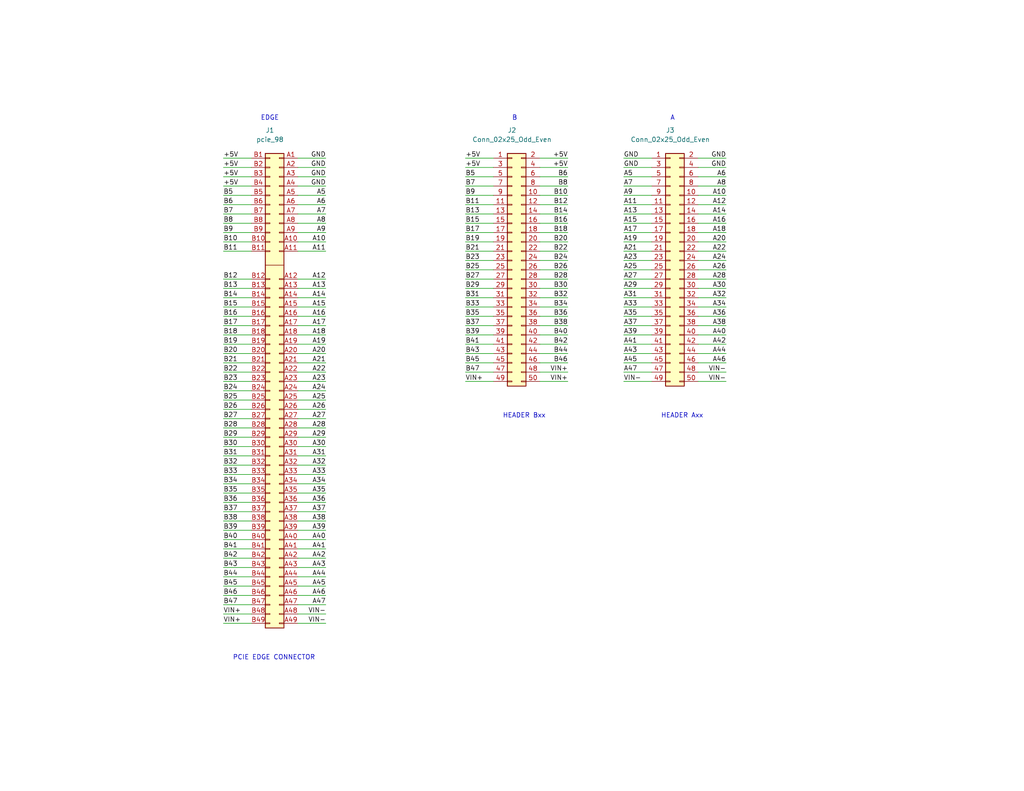
<source format=kicad_sch>
(kicad_sch (version 20230121) (generator eeschema)
  (paper "USLetter")
  (title_block (rev "0.1"))
  (lib_symbols
    (symbol "Connector_Generic:Conn_02x25_Odd_Even" (pin_names (offset 1.016) hide)
      (property "Reference" "J" (at 1.27 33.02 0))
      (property "Value" "Conn_02x25_Odd_Even" (at 1.27 -33.02 0))
      (symbol "Conn_02x25_Odd_Even_1_1"
        (rectangle (start -1.27 -30.353) (end 0 -30.607) (stroke (width 0.1524)))
        (rectangle (start -1.27 -27.813) (end 0 -28.067) (stroke (width 0.1524)))
        (rectangle (start -1.27 -25.273) (end 0 -25.527) (stroke (width 0.1524)))
        (rectangle (start -1.27 -22.733) (end 0 -22.987) (stroke (width 0.1524)))
        (rectangle (start -1.27 -20.193) (end 0 -20.447) (stroke (width 0.1524)))
        (rectangle (start -1.27 -17.653) (end 0 -17.907) (stroke (width 0.1524)))
        (rectangle (start -1.27 -15.113) (end 0 -15.367) (stroke (width 0.1524)))
        (rectangle (start -1.27 -12.573) (end 0 -12.827) (stroke (width 0.1524)))
        (rectangle (start -1.27 -10.033) (end 0 -10.287) (stroke (width 0.1524)))
        (rectangle (start -1.27 -7.493) (end 0 -7.747) (stroke (width 0.1524)))
        (rectangle (start -1.27 -4.953) (end 0 -5.207) (stroke (width 0.1524)))
        (rectangle (start -1.27 -2.413) (end 0 -2.667) (stroke (width 0.1524)))
        (rectangle (start -1.27 0.127) (end 0 -0.127) (stroke (width 0.1524)))
        (rectangle (start -1.27 2.667) (end 0 2.413) (stroke (width 0.1524)))
        (rectangle (start -1.27 5.207) (end 0 4.953) (stroke (width 0.1524)))
        (rectangle (start -1.27 7.747) (end 0 7.493) (stroke (width 0.1524)))
        (rectangle (start -1.27 10.287) (end 0 10.033) (stroke (width 0.1524)))
        (rectangle (start -1.27 12.827) (end 0 12.573) (stroke (width 0.1524)))
        (rectangle (start -1.27 15.367) (end 0 15.113) (stroke (width 0.1524)))
        (rectangle (start -1.27 17.907) (end 0 17.653) (stroke (width 0.1524)))
        (rectangle (start -1.27 20.447) (end 0 20.193) (stroke (width 0.1524)))
        (rectangle (start -1.27 22.987) (end 0 22.733) (stroke (width 0.1524)))
        (rectangle (start -1.27 25.527) (end 0 25.273) (stroke (width 0.1524)))
        (rectangle (start -1.27 28.067) (end 0 27.813) (stroke (width 0.1524)))
        (rectangle (start -1.27 30.607) (end 0 30.353) (stroke (width 0.1524)))
        (rectangle (start -1.27 31.75) (end 3.81 -31.75) (stroke (width 0.254)) (fill (type background)))
        (rectangle (start 3.81 -30.353) (end 2.54 -30.607) (stroke (width 0.1524)))
        (rectangle (start 3.81 -27.813) (end 2.54 -28.067) (stroke (width 0.1524)))
        (rectangle (start 3.81 -25.273) (end 2.54 -25.527) (stroke (width 0.1524)))
        (rectangle (start 3.81 -22.733) (end 2.54 -22.987) (stroke (width 0.1524)))
        (rectangle (start 3.81 -20.193) (end 2.54 -20.447) (stroke (width 0.1524)))
        (rectangle (start 3.81 -17.653) (end 2.54 -17.907) (stroke (width 0.1524)))
        (rectangle (start 3.81 -15.113) (end 2.54 -15.367) (stroke (width 0.1524)))
        (rectangle (start 3.81 -12.573) (end 2.54 -12.827) (stroke (width 0.1524)))
        (rectangle (start 3.81 -10.033) (end 2.54 -10.287) (stroke (width 0.1524)))
        (rectangle (start 3.81 -7.493) (end 2.54 -7.747) (stroke (width 0.1524)))
        (rectangle (start 3.81 -4.953) (end 2.54 -5.207) (stroke (width 0.1524)))
        (rectangle (start 3.81 -2.413) (end 2.54 -2.667) (stroke (width 0.1524)))
        (rectangle (start 3.81 0.127) (end 2.54 -0.127) (stroke (width 0.1524)))
        (rectangle (start 3.81 2.667) (end 2.54 2.413) (stroke (width 0.1524)))
        (rectangle (start 3.81 5.207) (end 2.54 4.953) (stroke (width 0.1524)))
        (rectangle (start 3.81 7.747) (end 2.54 7.493) (stroke (width 0.1524)))
        (rectangle (start 3.81 10.287) (end 2.54 10.033) (stroke (width 0.1524)))
        (rectangle (start 3.81 12.827) (end 2.54 12.573) (stroke (width 0.1524)))
        (rectangle (start 3.81 15.367) (end 2.54 15.113) (stroke (width 0.1524)))
        (rectangle (start 3.81 17.907) (end 2.54 17.653) (stroke (width 0.1524)))
        (rectangle (start 3.81 20.447) (end 2.54 20.193) (stroke (width 0.1524)))
        (rectangle (start 3.81 22.987) (end 2.54 22.733) (stroke (width 0.1524)))
        (rectangle (start 3.81 25.527) (end 2.54 25.273) (stroke (width 0.1524)))
        (rectangle (start 3.81 28.067) (end 2.54 27.813) (stroke (width 0.1524)))
        (rectangle (start 3.81 30.607) (end 2.54 30.353) (stroke (width 0.1524)))
        (pin passive line (at -5.08 30.48 0) (length 3.81) (name "Pin_1") (number "1"))
        (pin passive line (at 7.62 20.32 180) (length 3.81) (name "Pin_10") (number "10"))
        (pin passive line (at -5.08 17.78 0) (length 3.81) (name "Pin_11") (number "11"))
        (pin passive line (at 7.62 17.78 180) (length 3.81) (name "Pin_12") (number "12"))
        (pin passive line (at -5.08 15.24 0) (length 3.81) (name "Pin_13") (number "13"))
        (pin passive line (at 7.62 15.24 180) (length 3.81) (name "Pin_14") (number "14"))
        (pin passive line (at -5.08 12.7 0) (length 3.81) (name "Pin_15") (number "15"))
        (pin passive line (at 7.62 12.7 180) (length 3.81) (name "Pin_16") (number "16"))
        (pin passive line (at -5.08 10.16 0) (length 3.81) (name "Pin_17") (number "17"))
        (pin passive line (at 7.62 10.16 180) (length 3.81) (name "Pin_18") (number "18"))
        (pin passive line (at -5.08 7.62 0) (length 3.81) (name "Pin_19") (number "19"))
        (pin passive line (at 7.62 30.48 180) (length 3.81) (name "Pin_2") (number "2"))
        (pin passive line (at 7.62 7.62 180) (length 3.81) (name "Pin_20") (number "20"))
        (pin passive line (at -5.08 5.08 0) (length 3.81) (name "Pin_21") (number "21"))
        (pin passive line (at 7.62 5.08 180) (length 3.81) (name "Pin_22") (number "22"))
        (pin passive line (at -5.08 2.54 0) (length 3.81) (name "Pin_23") (number "23"))
        (pin passive line (at 7.62 2.54 180) (length 3.81) (name "Pin_24") (number "24"))
        (pin passive line (at -5.08 0 0) (length 3.81) (name "Pin_25") (number "25"))
        (pin passive line (at 7.62 0 180) (length 3.81) (name "Pin_26") (number "26"))
        (pin passive line (at -5.08 -2.54 0) (length 3.81) (name "Pin_27") (number "27"))
        (pin passive line (at 7.62 -2.54 180) (length 3.81) (name "Pin_28") (number "28"))
        (pin passive line (at -5.08 -5.08 0) (length 3.81) (name "Pin_29") (number "29"))
        (pin passive line (at -5.08 27.94 0) (length 3.81) (name "Pin_3") (number "3"))
        (pin passive line (at 7.62 -5.08 180) (length 3.81) (name "Pin_30") (number "30"))
        (pin passive line (at -5.08 -7.62 0) (length 3.81) (name "Pin_31") (number "31"))
        (pin passive line (at 7.62 -7.62 180) (length 3.81) (name "Pin_32") (number "32"))
        (pin passive line (at -5.08 -10.16 0) (length 3.81) (name "Pin_33") (number "33"))
        (pin passive line (at 7.62 -10.16 180) (length 3.81) (name "Pin_34") (number "34"))
        (pin passive line (at -5.08 -12.7 0) (length 3.81) (name "Pin_35") (number "35"))
        (pin passive line (at 7.62 -12.7 180) (length 3.81) (name "Pin_36") (number "36"))
        (pin passive line (at -5.08 -15.24 0) (length 3.81) (name "Pin_37") (number "37"))
        (pin passive line (at 7.62 -15.24 180) (length 3.81) (name "Pin_38") (number "38"))
        (pin passive line (at -5.08 -17.78 0) (length 3.81) (name "Pin_39") (number "39"))
        (pin passive line (at 7.62 27.94 180) (length 3.81) (name "Pin_4") (number "4"))
        (pin passive line (at 7.62 -17.78 180) (length 3.81) (name "Pin_40") (number "40"))
        (pin passive line (at -5.08 -20.32 0) (length 3.81) (name "Pin_41") (number "41"))
        (pin passive line (at 7.62 -20.32 180) (length 3.81) (name "Pin_42") (number "42"))
        (pin passive line (at -5.08 -22.86 0) (length 3.81) (name "Pin_43") (number "43"))
        (pin passive line (at 7.62 -22.86 180) (length 3.81) (name "Pin_44") (number "44"))
        (pin passive line (at -5.08 -25.4 0) (length 3.81) (name "Pin_45") (number "45"))
        (pin passive line (at 7.62 -25.4 180) (length 3.81) (name "Pin_46") (number "46"))
        (pin passive line (at -5.08 -27.94 0) (length 3.81) (name "Pin_47") (number "47"))
        (pin passive line (at 7.62 -27.94 180) (length 3.81) (name "Pin_48") (number "48"))
        (pin passive line (at -5.08 -30.48 0) (length 3.81) (name "Pin_49") (number "49"))
        (pin passive line (at -5.08 25.4 0) (length 3.81) (name "Pin_5") (number "5"))
        (pin passive line (at 7.62 -30.48 180) (length 3.81) (name "Pin_50") (number "50"))
        (pin passive line (at 7.62 25.4 180) (length 3.81) (name "Pin_6") (number "6"))
        (pin passive line (at -5.08 22.86 0) (length 3.81) (name "Pin_7") (number "7"))
        (pin passive line (at 7.62 22.86 180) (length 3.81) (name "Pin_8") (number "8"))
        (pin passive line (at -5.08 20.32 0) (length 3.81) (name "Pin_9") (number "9"))
      )
    )
    (symbol "hookup_board:pcie_98" (pin_names (offset 1.016) hide)
      (property "Reference" "J" (at 1.27 40.64 0))
      (property "Value" "pcie_98" (at 20.32 44.45 0))
      (symbol "pcie_98_0_1"
        (polyline (pts (xy 3.81 8.89) (xy -1.27 8.89)))
      )
      (symbol "pcie_98_1_1"
        (rectangle (start -1.27 -89.027) (end 0 -88.773) (stroke (width 0.1524)))
        (rectangle (start -1.27 -86.487) (end 0 -86.233) (stroke (width 0.1524)))
        (rectangle (start -1.27 -83.947) (end 0 -83.693) (stroke (width 0.1524)))
        (rectangle (start -1.27 -81.407) (end 0 -81.153) (stroke (width 0.1524)))
        (rectangle (start -1.27 -78.867) (end 0 -78.613) (stroke (width 0.1524)))
        (rectangle (start -1.27 -76.327) (end 0 -76.073) (stroke (width 0.1524)))
        (rectangle (start -1.27 -73.787) (end 0 -73.533) (stroke (width 0.1524)))
        (rectangle (start -1.27 -71.247) (end 0 -70.993) (stroke (width 0.1524)))
        (rectangle (start -1.27 -68.707) (end 0 -68.453) (stroke (width 0.1524)))
        (rectangle (start -1.27 -66.167) (end 0 -65.913) (stroke (width 0.1524)))
        (rectangle (start -1.27 -63.627) (end 0 -63.373) (stroke (width 0.1524)))
        (rectangle (start -1.27 -61.087) (end 0 -60.833) (stroke (width 0.1524)))
        (rectangle (start -1.27 -58.547) (end 0 -58.293) (stroke (width 0.1524)))
        (rectangle (start -1.27 -56.007) (end 0 -55.753) (stroke (width 0.1524)))
        (rectangle (start -1.27 -53.467) (end 0 -53.213) (stroke (width 0.1524)))
        (rectangle (start -1.27 -50.927) (end 0 -50.673) (stroke (width 0.1524)))
        (rectangle (start -1.27 -48.387) (end 0 -48.133) (stroke (width 0.1524)))
        (rectangle (start -1.27 -17.653) (end 0 -17.907) (stroke (width 0.1524)))
        (rectangle (start -1.27 -15.113) (end 0 -15.367) (stroke (width 0.1524)))
        (rectangle (start -1.27 -12.573) (end 0 -12.827) (stroke (width 0.1524)))
        (rectangle (start -1.27 5.207) (end 0 4.953) (stroke (width 0.1524)))
        (rectangle (start -1.27 12.827) (end 0 12.573) (stroke (width 0.1524)))
        (rectangle (start -1.27 38.227) (end 0 37.973) (stroke (width 0.1524)))
        (rectangle (start -1.27 39.37) (end 3.81 -90.17) (stroke (width 0.254)) (fill (type background)))
        (rectangle (start 0 -45.847) (end -1.27 -45.593) (stroke (width 0.1524)))
        (rectangle (start 0 -43.307) (end -1.27 -43.053) (stroke (width 0.1524)))
        (rectangle (start 0 -40.767) (end -1.27 -40.513) (stroke (width 0.1524)))
        (rectangle (start 0 -38.227) (end -1.27 -37.973) (stroke (width 0.1524)))
        (rectangle (start 0 -35.687) (end -1.27 -35.433) (stroke (width 0.1524)))
        (rectangle (start 0 -33.147) (end -1.27 -32.893) (stroke (width 0.1524)))
        (rectangle (start 0 -30.607) (end -1.27 -30.353) (stroke (width 0.1524)))
        (rectangle (start 0 -28.067) (end -1.27 -27.813) (stroke (width 0.1524)))
        (rectangle (start 0 -25.527) (end -1.27 -25.273) (stroke (width 0.1524)))
        (rectangle (start 0 -22.987) (end -1.27 -22.733) (stroke (width 0.1524)))
        (rectangle (start 0 -20.447) (end -1.27 -20.193) (stroke (width 0.1524)))
        (rectangle (start 0 -10.287) (end -1.27 -10.033) (stroke (width 0.1524)))
        (rectangle (start 0 -7.747) (end -1.27 -7.493) (stroke (width 0.1524)))
        (rectangle (start 0 -5.207) (end -1.27 -4.953) (stroke (width 0.1524)))
        (rectangle (start 0 -2.667) (end -1.27 -2.413) (stroke (width 0.1524)))
        (rectangle (start 0 -0.127) (end -1.27 0.127) (stroke (width 0.1524)))
        (rectangle (start 0 2.413) (end -1.27 2.667) (stroke (width 0.1524)))
        (rectangle (start 0 15.113) (end -1.27 15.367) (stroke (width 0.1524)))
        (rectangle (start 0 17.653) (end -1.27 17.907) (stroke (width 0.1524)))
        (rectangle (start 0 20.193) (end -1.27 20.447) (stroke (width 0.1524)))
        (rectangle (start 0 22.733) (end -1.27 22.987) (stroke (width 0.1524)))
        (rectangle (start 0 25.273) (end -1.27 25.527) (stroke (width 0.1524)))
        (rectangle (start 0 27.813) (end -1.27 28.067) (stroke (width 0.1524)))
        (rectangle (start 0 30.353) (end -1.27 30.607) (stroke (width 0.1524)))
        (rectangle (start 0 32.893) (end -1.27 33.147) (stroke (width 0.1524)))
        (rectangle (start 0 35.433) (end -1.27 35.687) (stroke (width 0.1524)))
        (rectangle (start 2.54 -89.027) (end 3.81 -88.773) (stroke (width 0.1524)))
        (rectangle (start 2.54 -86.487) (end 3.81 -86.233) (stroke (width 0.1524)))
        (rectangle (start 2.54 -83.947) (end 3.81 -83.693) (stroke (width 0.1524)))
        (rectangle (start 2.54 -81.407) (end 3.81 -81.153) (stroke (width 0.1524)))
        (rectangle (start 2.54 -78.867) (end 3.81 -78.613) (stroke (width 0.1524)))
        (rectangle (start 2.54 -76.327) (end 3.81 -76.073) (stroke (width 0.1524)))
        (rectangle (start 2.54 -73.787) (end 3.81 -73.533) (stroke (width 0.1524)))
        (rectangle (start 2.54 -71.247) (end 3.81 -70.993) (stroke (width 0.1524)))
        (rectangle (start 2.54 -68.707) (end 3.81 -68.453) (stroke (width 0.1524)))
        (rectangle (start 2.54 -66.167) (end 3.81 -65.913) (stroke (width 0.1524)))
        (rectangle (start 2.54 -63.627) (end 3.81 -63.373) (stroke (width 0.1524)))
        (rectangle (start 2.54 -61.087) (end 3.81 -60.833) (stroke (width 0.1524)))
        (rectangle (start 2.54 -58.547) (end 3.81 -58.293) (stroke (width 0.1524)))
        (rectangle (start 2.54 -56.007) (end 3.81 -55.753) (stroke (width 0.1524)))
        (rectangle (start 2.54 -53.467) (end 3.81 -53.213) (stroke (width 0.1524)))
        (rectangle (start 2.54 -50.927) (end 3.81 -50.673) (stroke (width 0.1524)))
        (rectangle (start 2.54 -48.387) (end 3.81 -48.133) (stroke (width 0.1524)))
        (rectangle (start 2.54 -45.847) (end 3.81 -45.593) (stroke (width 0.1524)))
        (rectangle (start 2.54 -43.307) (end 3.81 -43.053) (stroke (width 0.1524)))
        (rectangle (start 2.54 -40.767) (end 3.81 -40.513) (stroke (width 0.1524)))
        (rectangle (start 2.54 -38.227) (end 3.81 -37.973) (stroke (width 0.1524)))
        (rectangle (start 2.54 -35.687) (end 3.81 -35.433) (stroke (width 0.1524)))
        (rectangle (start 2.54 -33.147) (end 3.81 -32.893) (stroke (width 0.1524)))
        (rectangle (start 2.54 -30.607) (end 3.81 -30.353) (stroke (width 0.1524)))
        (rectangle (start 2.54 -28.067) (end 3.81 -27.813) (stroke (width 0.1524)))
        (rectangle (start 2.54 -25.527) (end 3.81 -25.273) (stroke (width 0.1524)))
        (rectangle (start 2.54 -22.987) (end 3.81 -22.733) (stroke (width 0.1524)))
        (rectangle (start 2.54 -20.447) (end 3.81 -20.193) (stroke (width 0.1524)))
        (rectangle (start 2.54 -17.653) (end 3.81 -17.907) (stroke (width 0.1524)))
        (rectangle (start 2.54 -15.367) (end 3.81 -15.113) (stroke (width 0.1524)))
        (rectangle (start 2.54 -12.827) (end 3.81 -12.573) (stroke (width 0.1524)))
        (rectangle (start 2.54 -10.287) (end 3.81 -10.033) (stroke (width 0.1524)))
        (rectangle (start 2.54 -7.493) (end 3.81 -7.747) (stroke (width 0.1524)))
        (rectangle (start 2.54 -5.207) (end 3.81 -4.953) (stroke (width 0.1524)))
        (rectangle (start 2.54 -2.667) (end 3.81 -2.413) (stroke (width 0.1524)))
        (rectangle (start 2.54 -0.127) (end 3.81 0.127) (stroke (width 0.1524)))
        (rectangle (start 2.54 2.413) (end 3.81 2.667) (stroke (width 0.1524)))
        (rectangle (start 2.54 5.207) (end 3.81 4.953) (stroke (width 0.1524)))
        (rectangle (start 2.54 12.573) (end 3.81 12.827) (stroke (width 0.1524)))
        (rectangle (start 2.54 15.113) (end 3.81 15.367) (stroke (width 0.1524)))
        (rectangle (start 2.54 17.653) (end 3.81 17.907) (stroke (width 0.1524)))
        (rectangle (start 2.54 20.193) (end 3.81 20.447) (stroke (width 0.1524)))
        (rectangle (start 2.54 22.733) (end 3.81 22.987) (stroke (width 0.1524)))
        (rectangle (start 2.54 25.273) (end 3.81 25.527) (stroke (width 0.1524)))
        (rectangle (start 2.54 27.813) (end 3.81 28.067) (stroke (width 0.1524)))
        (rectangle (start 2.54 30.353) (end 3.81 30.607) (stroke (width 0.1524)))
        (rectangle (start 2.54 32.893) (end 3.81 33.147) (stroke (width 0.1524)))
        (rectangle (start 2.54 35.433) (end 3.81 35.687) (stroke (width 0.1524)))
        (rectangle (start 2.54 38.227) (end 3.81 37.973) (stroke (width 0.1524)))
        (pin passive line (at 7.62 38.1 180) (length 3.81) (name "Pin_a1") (number "A1"))
        (pin passive line (at 7.62 15.24 180) (length 3.81) (name "Pin_a10") (number "A10"))
        (pin passive line (at 7.62 12.7 180) (length 3.81) (name "Pin_A11") (number "A11"))
        (pin passive line (at 7.62 5.08 180) (length 3.81) (name "Pin_a12") (number "A12"))
        (pin passive line (at 7.62 2.54 180) (length 3.81) (name "Pin_a13") (number "A13"))
        (pin passive line (at 7.62 0 180) (length 3.81) (name "Pin_a14") (number "A14"))
        (pin passive line (at 7.62 -2.54 180) (length 3.81) (name "Pin_a15") (number "A15"))
        (pin passive line (at 7.62 -5.08 180) (length 3.81) (name "Pin_a16") (number "A16"))
        (pin passive line (at 7.62 -7.62 180) (length 3.81) (name "Pin_a17") (number "A17"))
        (pin passive line (at 7.62 -10.16 180) (length 3.81) (name "Pin_a18") (number "A18"))
        (pin passive line (at 7.62 -12.7 180) (length 3.81) (name "Pin_a19") (number "A19"))
        (pin passive line (at 7.62 35.56 180) (length 3.81) (name "Pin_a2") (number "A2"))
        (pin passive line (at 7.62 -15.24 180) (length 3.81) (name "Pin_a20") (number "A20"))
        (pin passive line (at 7.62 -17.78 180) (length 3.81) (name "Pin_a21") (number "A21"))
        (pin passive line (at 7.62 -20.32 180) (length 3.81) (name "Pin_a22") (number "A22"))
        (pin passive line (at 7.62 -22.86 180) (length 3.81) (name "Pin_a23") (number "A23"))
        (pin passive line (at 7.62 -25.4 180) (length 3.81) (name "Pin_a24") (number "A24"))
        (pin passive line (at 7.62 -27.94 180) (length 3.81) (name "Pin_a25") (number "A25"))
        (pin passive line (at 7.62 -30.48 180) (length 3.81) (name "Pin_a26") (number "A26"))
        (pin passive line (at 7.62 -33.02 180) (length 3.81) (name "Pin_a27") (number "A27"))
        (pin passive line (at 7.62 -35.56 180) (length 3.81) (name "Pin_a28") (number "A28"))
        (pin passive line (at 7.62 -38.1 180) (length 3.81) (name "Pin_a29") (number "A29"))
        (pin passive line (at 7.62 33.02 180) (length 3.81) (name "Pin_a3") (number "A3"))
        (pin passive line (at 7.62 -40.64 180) (length 3.81) (name "Pin_a30") (number "A30"))
        (pin passive line (at 7.62 -43.18 180) (length 3.81) (name "Pin_a31") (number "A31"))
        (pin passive line (at 7.62 -45.72 180) (length 3.81) (name "Pin_a32") (number "A32"))
        (pin passive line (at 7.62 -48.26 180) (length 3.81) (name "Pin_a33") (number "A33"))
        (pin passive line (at 7.62 -50.8 180) (length 3.81) (name "Pin_a34") (number "A34"))
        (pin passive line (at 7.62 -53.34 180) (length 3.81) (name "Pin_a35") (number "A35"))
        (pin passive line (at 7.62 -55.88 180) (length 3.81) (name "Pin_a36") (number "A36"))
        (pin passive line (at 7.62 -58.42 180) (length 3.81) (name "Pin_a37") (number "A37"))
        (pin passive line (at 7.62 -60.96 180) (length 3.81) (name "Pin_a38") (number "A38"))
        (pin passive line (at 7.62 -63.5 180) (length 3.81) (name "Pin_a39") (number "A39"))
        (pin passive line (at 7.62 30.48 180) (length 3.81) (name "Pin_a4") (number "A4"))
        (pin passive line (at 7.62 -66.04 180) (length 3.81) (name "Pin_a40") (number "A40"))
        (pin passive line (at 7.62 -68.58 180) (length 3.81) (name "Pin_a41") (number "A41"))
        (pin passive line (at 7.62 -71.12 180) (length 3.81) (name "Pin_a42") (number "A42"))
        (pin passive line (at 7.62 -73.66 180) (length 3.81) (name "Pin_a43") (number "A43"))
        (pin passive line (at 7.62 -76.2 180) (length 3.81) (name "Pin_a44") (number "A44"))
        (pin passive line (at 7.62 -78.74 180) (length 3.81) (name "Pin_a45") (number "A45"))
        (pin passive line (at 7.62 -81.28 180) (length 3.81) (name "Pin_a46") (number "A46"))
        (pin passive line (at 7.62 -83.82 180) (length 3.81) (name "Pin_a47") (number "A47"))
        (pin passive line (at 7.62 -86.36 180) (length 3.81) (name "Pin_a48") (number "A48"))
        (pin passive line (at 7.62 -88.9 180) (length 3.81) (name "Pin_a49") (number "A49"))
        (pin passive line (at 7.62 27.94 180) (length 3.81) (name "Pin_a5") (number "A5"))
        (pin passive line (at 7.62 25.4 180) (length 3.81) (name "Pin_a6") (number "A6"))
        (pin passive line (at 7.62 22.86 180) (length 3.81) (name "Pin_a7") (number "A7"))
        (pin passive line (at 7.62 20.32 180) (length 3.81) (name "Pin_a8") (number "A8"))
        (pin passive line (at 7.62 17.78 180) (length 3.81) (name "Pin_a9") (number "A9"))
        (pin passive line (at -5.08 38.1 0) (length 3.81) (name "Pin_b1") (number "B1"))
        (pin passive line (at -5.08 15.24 0) (length 3.81) (name "Pin_b10") (number "B10"))
        (pin passive line (at -5.08 12.7 0) (length 3.81) (name "Pin_b11") (number "B11"))
        (pin passive line (at -5.08 5.08 0) (length 3.81) (name "Pin_b12") (number "B12"))
        (pin passive line (at -5.08 2.54 0) (length 3.81) (name "Pin_b13") (number "B13"))
        (pin passive line (at -5.08 0 0) (length 3.81) (name "Pin_b14") (number "B14"))
        (pin passive line (at -5.08 -2.54 0) (length 3.81) (name "Pin_b15") (number "B15"))
        (pin passive line (at -5.08 -5.08 0) (length 3.81) (name "Pin_b16") (number "B16"))
        (pin passive line (at -5.08 -7.62 0) (length 3.81) (name "Pin_b17") (number "B17"))
        (pin passive line (at -5.08 -10.16 0) (length 3.81) (name "Pin_b18") (number "B18"))
        (pin passive line (at -5.08 -12.7 0) (length 3.81) (name "Pin_b19") (number "B19"))
        (pin passive line (at -5.08 35.56 0) (length 3.81) (name "Pin_b2") (number "B2"))
        (pin passive line (at -5.08 -15.24 0) (length 3.81) (name "Pin_b20") (number "B20"))
        (pin passive line (at -5.08 -17.78 0) (length 3.81) (name "Pin_b21") (number "B21"))
        (pin passive line (at -5.08 -20.32 0) (length 3.81) (name "Pin_b22") (number "B22"))
        (pin passive line (at -5.08 -22.86 0) (length 3.81) (name "Pin_b23") (number "B23"))
        (pin passive line (at -5.08 -25.4 0) (length 3.81) (name "Pin_b24") (number "B24"))
        (pin passive line (at -5.08 -27.94 0) (length 3.81) (name "Pin_b25") (number "B25"))
        (pin passive line (at -5.08 -30.48 0) (length 3.81) (name "Pin_b26") (number "B26"))
        (pin passive line (at -5.08 -33.02 0) (length 3.81) (name "Pin_b27") (number "B27"))
        (pin passive line (at -5.08 -35.56 0) (length 3.81) (name "Pin_b28") (number "B28"))
        (pin passive line (at -5.08 -38.1 0) (length 3.81) (name "Pin_b29") (number "B29"))
        (pin passive line (at -5.08 33.02 0) (length 3.81) (name "Pin_b3") (number "B3"))
        (pin passive line (at -5.08 -40.64 0) (length 3.81) (name "Pin_b30") (number "B30"))
        (pin passive line (at -5.08 -43.18 0) (length 3.81) (name "Pin_b31") (number "B31"))
        (pin passive line (at -5.08 -45.72 0) (length 3.81) (name "Pin_b32") (number "B32"))
        (pin passive line (at -5.08 -48.26 0) (length 3.81) (name "Pin_b33") (number "B33"))
        (pin passive line (at -5.08 -50.8 0) (length 3.81) (name "Pin_b34") (number "B34"))
        (pin passive line (at -5.08 -53.34 0) (length 3.81) (name "Pin_b35") (number "B35"))
        (pin passive line (at -5.08 -55.88 0) (length 3.81) (name "Pin_b36") (number "B36"))
        (pin passive line (at -5.08 -58.42 0) (length 3.81) (name "Pin_b37") (number "B37"))
        (pin passive line (at -5.08 -60.96 0) (length 3.81) (name "Pin_b38") (number "B38"))
        (pin passive line (at -5.08 -63.5 0) (length 3.81) (name "Pin_b39") (number "B39"))
        (pin passive line (at -5.08 30.48 0) (length 3.81) (name "Pin_b4") (number "B4"))
        (pin passive line (at -5.08 -66.04 0) (length 3.81) (name "Pin_b40") (number "B40"))
        (pin passive line (at -5.08 -68.58 0) (length 3.81) (name "Pin_b41") (number "B41"))
        (pin passive line (at -5.08 -71.12 0) (length 3.81) (name "Pin_b42") (number "B42"))
        (pin passive line (at -5.08 -73.66 0) (length 3.81) (name "Pin_b43") (number "B43"))
        (pin passive line (at -5.08 -76.2 0) (length 3.81) (name "Pin_b44") (number "B44"))
        (pin passive line (at -5.08 -78.74 0) (length 3.81) (name "Pin_b45") (number "B45"))
        (pin passive line (at -5.08 -81.28 0) (length 3.81) (name "Pin_46") (number "B46"))
        (pin passive line (at -5.08 -83.82 0) (length 3.81) (name "Pin_b47") (number "B47"))
        (pin passive line (at -5.08 -86.36 0) (length 3.81) (name "Pin_b48") (number "B48"))
        (pin passive line (at -5.08 -88.9 0) (length 3.81) (name "Pin_b49") (number "B49"))
        (pin passive line (at -5.08 27.94 0) (length 3.81) (name "Pin_b5") (number "B5"))
        (pin passive line (at -5.08 25.4 0) (length 3.81) (name "Pin_b6") (number "B6"))
        (pin passive line (at -5.08 22.86 0) (length 3.81) (name "Pin_b7") (number "B7"))
        (pin passive line (at -5.08 20.32 0) (length 3.81) (name "Pin_b8") (number "B8"))
        (pin passive line (at -5.08 17.78 0) (length 3.81) (name "Pin_b9") (number "B9"))
      )
    )
  )
  (wire (pts (xy 81.28 78.74) (xy 88.9 78.74)))
  (wire (pts (xy 68.58 132.08) (xy 60.96 132.08)))
  (wire (pts (xy 68.58 111.76) (xy 60.96 111.76)))
  (wire (pts (xy 68.58 78.74) (xy 60.96 78.74)))
  (wire (pts (xy 147.32 66.04) (xy 154.94 66.04)))
  (wire (pts (xy 177.8 43.18) (xy 170.18 43.18)))
  (wire (pts (xy 81.28 147.32) (xy 88.9 147.32)))
  (wire (pts (xy 68.58 63.5) (xy 60.96 63.5)))
  (wire (pts (xy 68.58 144.78) (xy 60.96 144.78)))
  (wire (pts (xy 147.32 55.88) (xy 154.94 55.88)))
  (wire (pts (xy 127 76.2) (xy 134.62 76.2)))
  (wire (pts (xy 170.18 78.74) (xy 177.8 78.74)))
  (wire (pts (xy 81.28 63.5) (xy 88.9 63.5)))
  (wire (pts (xy 127 71.12) (xy 134.62 71.12)))
  (wire (pts (xy 170.18 66.04) (xy 177.8 66.04)))
  (wire (pts (xy 170.18 96.52) (xy 177.8 96.52)))
  (wire (pts (xy 147.32 53.34) (xy 154.94 53.34)))
  (wire (pts (xy 68.58 116.84) (xy 60.96 116.84)))
  (wire (pts (xy 190.5 83.82) (xy 198.12 83.82)))
  (wire (pts (xy 68.58 43.18) (xy 60.96 43.18)))
  (wire (pts (xy 81.28 93.98) (xy 88.9 93.98)))
  (wire (pts (xy 147.32 99.06) (xy 154.94 99.06)))
  (wire (pts (xy 170.18 93.98) (xy 177.8 93.98)))
  (wire (pts (xy 190.5 76.2) (xy 198.12 76.2)))
  (wire (pts (xy 81.28 165.1) (xy 88.9 165.1)))
  (wire (pts (xy 127 60.96) (xy 134.62 60.96)))
  (wire (pts (xy 127 63.5) (xy 134.62 63.5)))
  (wire (pts (xy 81.28 139.7) (xy 88.9 139.7)))
  (wire (pts (xy 68.58 147.32) (xy 60.96 147.32)))
  (wire (pts (xy 190.5 78.74) (xy 198.12 78.74)))
  (wire (pts (xy 81.28 91.44) (xy 88.9 91.44)))
  (wire (pts (xy 170.18 50.8) (xy 177.8 50.8)))
  (wire (pts (xy 147.32 58.42) (xy 154.94 58.42)))
  (wire (pts (xy 68.58 127) (xy 60.96 127)))
  (wire (pts (xy 127 96.52) (xy 134.62 96.52)))
  (wire (pts (xy 190.5 63.5) (xy 198.12 63.5)))
  (wire (pts (xy 68.58 91.44) (xy 60.96 91.44)))
  (wire (pts (xy 68.58 101.6) (xy 60.96 101.6)))
  (wire (pts (xy 81.28 162.56) (xy 88.9 162.56)))
  (wire (pts (xy 147.32 45.72) (xy 154.94 45.72)))
  (wire (pts (xy 127 86.36) (xy 134.62 86.36)))
  (wire (pts (xy 81.28 96.52) (xy 88.9 96.52)))
  (wire (pts (xy 127 55.88) (xy 134.62 55.88)))
  (wire (pts (xy 68.58 157.48) (xy 60.96 157.48)))
  (wire (pts (xy 81.28 121.92) (xy 88.9 121.92)))
  (wire (pts (xy 81.28 53.34) (xy 88.9 53.34)))
  (wire (pts (xy 81.28 99.06) (xy 88.9 99.06)))
  (wire (pts (xy 81.28 58.42) (xy 88.9 58.42)))
  (wire (pts (xy 127 81.28) (xy 134.62 81.28)))
  (wire (pts (xy 68.58 76.2) (xy 60.96 76.2)))
  (wire (pts (xy 170.18 99.06) (xy 177.8 99.06)))
  (wire (pts (xy 190.5 93.98) (xy 198.12 93.98)))
  (wire (pts (xy 147.32 71.12) (xy 154.94 71.12)))
  (wire (pts (xy 68.58 83.82) (xy 60.96 83.82)))
  (wire (pts (xy 81.28 119.38) (xy 88.9 119.38)))
  (wire (pts (xy 190.5 53.34) (xy 198.12 53.34)))
  (wire (pts (xy 134.62 43.18) (xy 127 43.18)))
  (wire (pts (xy 127 88.9) (xy 134.62 88.9)))
  (wire (pts (xy 127 104.14) (xy 134.62 104.14)))
  (wire (pts (xy 68.58 160.02) (xy 60.96 160.02)))
  (wire (pts (xy 170.18 88.9) (xy 177.8 88.9)))
  (wire (pts (xy 170.18 58.42) (xy 177.8 58.42)))
  (wire (pts (xy 68.58 60.96) (xy 60.96 60.96)))
  (wire (pts (xy 170.18 48.26) (xy 177.8 48.26)))
  (wire (pts (xy 81.28 114.3) (xy 88.9 114.3)))
  (wire (pts (xy 68.58 50.8) (xy 60.96 50.8)))
  (wire (pts (xy 81.28 60.96) (xy 88.9 60.96)))
  (wire (pts (xy 68.58 66.04) (xy 60.96 66.04)))
  (wire (pts (xy 81.28 55.88) (xy 88.9 55.88)))
  (wire (pts (xy 127 53.34) (xy 134.62 53.34)))
  (wire (pts (xy 81.28 68.58) (xy 88.9 68.58)))
  (wire (pts (xy 68.58 53.34) (xy 60.96 53.34)))
  (wire (pts (xy 147.32 43.18) (xy 154.94 43.18)))
  (wire (pts (xy 134.62 45.72) (xy 127 45.72)))
  (wire (pts (xy 81.28 157.48) (xy 88.9 157.48)))
  (wire (pts (xy 68.58 114.3) (xy 60.96 114.3)))
  (wire (pts (xy 177.8 45.72) (xy 170.18 45.72)))
  (wire (pts (xy 127 78.74) (xy 134.62 78.74)))
  (wire (pts (xy 170.18 86.36) (xy 177.8 86.36)))
  (wire (pts (xy 68.58 119.38) (xy 60.96 119.38)))
  (wire (pts (xy 170.18 104.14) (xy 177.8 104.14)))
  (wire (pts (xy 81.28 50.8) (xy 88.9 50.8)))
  (wire (pts (xy 81.28 134.62) (xy 88.9 134.62)))
  (wire (pts (xy 190.5 99.06) (xy 198.12 99.06)))
  (wire (pts (xy 68.58 48.26) (xy 60.96 48.26)))
  (wire (pts (xy 81.28 88.9) (xy 88.9 88.9)))
  (wire (pts (xy 68.58 99.06) (xy 60.96 99.06)))
  (wire (pts (xy 81.28 83.82) (xy 88.9 83.82)))
  (wire (pts (xy 81.28 48.26) (xy 88.9 48.26)))
  (wire (pts (xy 190.5 60.96) (xy 198.12 60.96)))
  (wire (pts (xy 190.5 86.36) (xy 198.12 86.36)))
  (wire (pts (xy 147.32 104.14) (xy 154.94 104.14)))
  (wire (pts (xy 190.5 50.8) (xy 198.12 50.8)))
  (wire (pts (xy 68.58 106.68) (xy 60.96 106.68)))
  (wire (pts (xy 81.28 160.02) (xy 88.9 160.02)))
  (wire (pts (xy 147.32 78.74) (xy 154.94 78.74)))
  (wire (pts (xy 190.5 104.14) (xy 198.12 104.14)))
  (wire (pts (xy 127 50.8) (xy 134.62 50.8)))
  (wire (pts (xy 81.28 66.04) (xy 88.9 66.04)))
  (wire (pts (xy 147.32 68.58) (xy 154.94 68.58)))
  (wire (pts (xy 81.28 127) (xy 88.9 127)))
  (wire (pts (xy 147.32 63.5) (xy 154.94 63.5)))
  (wire (pts (xy 190.5 81.28) (xy 198.12 81.28)))
  (wire (pts (xy 127 68.58) (xy 134.62 68.58)))
  (wire (pts (xy 68.58 129.54) (xy 60.96 129.54)))
  (wire (pts (xy 68.58 55.88) (xy 60.96 55.88)))
  (wire (pts (xy 68.58 45.72) (xy 60.96 45.72)))
  (wire (pts (xy 190.5 68.58) (xy 198.12 68.58)))
  (wire (pts (xy 170.18 53.34) (xy 177.8 53.34)))
  (wire (pts (xy 127 48.26) (xy 134.62 48.26)))
  (wire (pts (xy 68.58 86.36) (xy 60.96 86.36)))
  (wire (pts (xy 190.5 55.88) (xy 198.12 55.88)))
  (wire (pts (xy 147.32 96.52) (xy 154.94 96.52)))
  (wire (pts (xy 190.5 48.26) (xy 198.12 48.26)))
  (wire (pts (xy 190.5 58.42) (xy 198.12 58.42)))
  (wire (pts (xy 68.58 162.56) (xy 60.96 162.56)))
  (wire (pts (xy 190.5 73.66) (xy 198.12 73.66)))
  (wire (pts (xy 170.18 76.2) (xy 177.8 76.2)))
  (wire (pts (xy 147.32 88.9) (xy 154.94 88.9)))
  (wire (pts (xy 81.28 124.46) (xy 88.9 124.46)))
  (wire (pts (xy 81.28 129.54) (xy 88.9 129.54)))
  (wire (pts (xy 190.5 91.44) (xy 198.12 91.44)))
  (wire (pts (xy 147.32 48.26) (xy 154.94 48.26)))
  (wire (pts (xy 81.28 149.86) (xy 88.9 149.86)))
  (wire (pts (xy 147.32 76.2) (xy 154.94 76.2)))
  (wire (pts (xy 68.58 154.94) (xy 60.96 154.94)))
  (wire (pts (xy 81.28 76.2) (xy 88.9 76.2)))
  (wire (pts (xy 127 101.6) (xy 134.62 101.6)))
  (wire (pts (xy 68.58 152.4) (xy 60.96 152.4)))
  (wire (pts (xy 81.28 106.68) (xy 88.9 106.68)))
  (wire (pts (xy 68.58 137.16) (xy 60.96 137.16)))
  (wire (pts (xy 68.58 109.22) (xy 60.96 109.22)))
  (wire (pts (xy 127 91.44) (xy 134.62 91.44)))
  (wire (pts (xy 147.32 91.44) (xy 154.94 91.44)))
  (wire (pts (xy 147.32 73.66) (xy 154.94 73.66)))
  (wire (pts (xy 170.18 81.28) (xy 177.8 81.28)))
  (wire (pts (xy 190.5 71.12) (xy 198.12 71.12)))
  (wire (pts (xy 81.28 109.22) (xy 88.9 109.22)))
  (wire (pts (xy 81.28 144.78) (xy 88.9 144.78)))
  (wire (pts (xy 127 93.98) (xy 134.62 93.98)))
  (wire (pts (xy 147.32 83.82) (xy 154.94 83.82)))
  (wire (pts (xy 170.18 68.58) (xy 177.8 68.58)))
  (wire (pts (xy 190.5 45.72) (xy 198.12 45.72)))
  (wire (pts (xy 68.58 58.42) (xy 60.96 58.42)))
  (wire (pts (xy 68.58 88.9) (xy 60.96 88.9)))
  (wire (pts (xy 81.28 111.76) (xy 88.9 111.76)))
  (wire (pts (xy 68.58 81.28) (xy 60.96 81.28)))
  (wire (pts (xy 127 73.66) (xy 134.62 73.66)))
  (wire (pts (xy 127 99.06) (xy 134.62 99.06)))
  (wire (pts (xy 68.58 142.24) (xy 60.96 142.24)))
  (wire (pts (xy 81.28 170.18) (xy 88.9 170.18)))
  (wire (pts (xy 81.28 43.18) (xy 88.9 43.18)))
  (wire (pts (xy 81.28 167.64) (xy 88.9 167.64)))
  (wire (pts (xy 127 83.82) (xy 134.62 83.82)))
  (wire (pts (xy 170.18 60.96) (xy 177.8 60.96)))
  (wire (pts (xy 81.28 116.84) (xy 88.9 116.84)))
  (wire (pts (xy 68.58 165.1) (xy 60.96 165.1)))
  (wire (pts (xy 68.58 93.98) (xy 60.96 93.98)))
  (wire (pts (xy 81.28 86.36) (xy 88.9 86.36)))
  (wire (pts (xy 147.32 101.6) (xy 154.94 101.6)))
  (wire (pts (xy 68.58 68.58) (xy 60.96 68.58)))
  (wire (pts (xy 170.18 101.6) (xy 177.8 101.6)))
  (wire (pts (xy 127 66.04) (xy 134.62 66.04)))
  (wire (pts (xy 170.18 83.82) (xy 177.8 83.82)))
  (wire (pts (xy 81.28 154.94) (xy 88.9 154.94)))
  (wire (pts (xy 81.28 101.6) (xy 88.9 101.6)))
  (wire (pts (xy 81.28 132.08) (xy 88.9 132.08)))
  (wire (pts (xy 81.28 104.14) (xy 88.9 104.14)))
  (wire (pts (xy 81.28 137.16) (xy 88.9 137.16)))
  (wire (pts (xy 68.58 167.64) (xy 60.96 167.64)))
  (wire (pts (xy 170.18 55.88) (xy 177.8 55.88)))
  (wire (pts (xy 170.18 91.44) (xy 177.8 91.44)))
  (wire (pts (xy 81.28 45.72) (xy 88.9 45.72)))
  (wire (pts (xy 127 58.42) (xy 134.62 58.42)))
  (wire (pts (xy 68.58 139.7) (xy 60.96 139.7)))
  (wire (pts (xy 190.5 66.04) (xy 198.12 66.04)))
  (wire (pts (xy 170.18 71.12) (xy 177.8 71.12)))
  (wire (pts (xy 190.5 101.6) (xy 198.12 101.6)))
  (wire (pts (xy 147.32 86.36) (xy 154.94 86.36)))
  (wire (pts (xy 147.32 60.96) (xy 154.94 60.96)))
  (wire (pts (xy 190.5 88.9) (xy 198.12 88.9)))
  (wire (pts (xy 68.58 121.92) (xy 60.96 121.92)))
  (wire (pts (xy 68.58 124.46) (xy 60.96 124.46)))
  (wire (pts (xy 81.28 152.4) (xy 88.9 152.4)))
  (wire (pts (xy 68.58 134.62) (xy 60.96 134.62)))
  (wire (pts (xy 68.58 96.52) (xy 60.96 96.52)))
  (wire (pts (xy 147.32 50.8) (xy 154.94 50.8)))
  (wire (pts (xy 68.58 149.86) (xy 60.96 149.86)))
  (wire (pts (xy 68.58 170.18) (xy 60.96 170.18)))
  (wire (pts (xy 190.5 43.18) (xy 198.12 43.18)))
  (wire (pts (xy 68.58 104.14) (xy 60.96 104.14)))
  (wire (pts (xy 147.32 93.98) (xy 154.94 93.98)))
  (wire (pts (xy 81.28 81.28) (xy 88.9 81.28)))
  (wire (pts (xy 190.5 96.52) (xy 198.12 96.52)))
  (wire (pts (xy 170.18 73.66) (xy 177.8 73.66)))
  (wire (pts (xy 147.32 81.28) (xy 154.94 81.28)))
  (wire (pts (xy 170.18 63.5) (xy 177.8 63.5)))
  (wire (pts (xy 81.28 142.24) (xy 88.9 142.24)))
  (text "EDGE" (at 71.12 33.02 0) (effects (font (size 1.27 1.27)) (justify left bottom)))
  (text "PCIE EDGE CONNECTOR" (at 63.5 180.34 0) (effects (font (size 1.27 1.27)) (justify left bottom)))
  (text "A" (at 182.88 33.02 0) (effects (font (size 1.27 1.27)) (justify left bottom)))
  (text "B" (at 139.7 33.02 0) (effects (font (size 1.27 1.27)) (justify left bottom)))
  (text "HEADER Bxx" (at 137.16 114.3 0) (effects (font (size 1.27 1.27)) (justify left bottom)))
  (text "HEADER Axx" (at 180.34 114.3 0) (effects (font (size 1.27 1.27)) (justify left bottom)))
  (label "B30" (at 60.96 121.92 0))
  (label "B25" (at 60.96 109.22 0))
  (label "B11" (at 60.96 68.58 0))
  (label "B36" (at 60.96 137.16 0))
  (label "A27" (at 170.18 76.2 0))
  (label "B41" (at 127 93.98 0))
  (label "A17" (at 170.18 63.5 0))
  (label "A6" (at 198.12 48.26 180))
  (label "A34" (at 88.9 132.08 180))
  (label "A38" (at 88.9 142.24 180))
  (label "B16" (at 154.94 60.96 180))
  (label "A19" (at 88.9 93.98 180))
  (label "A8" (at 198.12 50.8 180))
  (label "A40" (at 88.9 147.32 180))
  (label "B6" (at 154.94 48.26 180))
  (label "A47" (at 88.9 165.1 180))
  (label "B36" (at 154.94 86.36 180))
  (label "B40" (at 60.96 147.32 0))
  (label "A44" (at 198.12 96.52 180))
  (label "+5V" (at 154.94 45.72 180))
  (label "B14" (at 154.94 58.42 180))
  (label "B24" (at 154.94 71.12 180))
  (label "B33" (at 60.96 129.54 0))
  (label "B6" (at 60.96 55.88 0))
  (label "B37" (at 60.96 139.7 0))
  (label "A18" (at 88.9 91.44 180))
  (label "A13" (at 88.9 78.74 180))
  (label "VIN-" (at 88.9 167.64 180))
  (label "A8" (at 88.9 60.96 180))
  (label "B38" (at 154.94 88.9 180))
  (label "B8" (at 60.96 60.96 0))
  (label "B5" (at 127 48.26 0))
  (label "B16" (at 60.96 86.36 0))
  (label "A39" (at 88.9 144.78 180))
  (label "A12" (at 88.9 76.2 180))
  (label "A29" (at 170.18 78.74 0))
  (label "B18" (at 154.94 63.5 180))
  (label "B19" (at 127 66.04 0))
  (label "B21" (at 60.96 99.06 0))
  (label "A45" (at 170.18 99.06 0))
  (label "A21" (at 170.18 68.58 0))
  (label "GND" (at 88.9 43.18 180))
  (label "B30" (at 154.94 78.74 180))
  (label "B28" (at 60.96 116.84 0))
  (label "B22" (at 154.94 68.58 180))
  (label "B27" (at 60.96 114.3 0))
  (label "B23" (at 60.96 104.14 0))
  (label "B45" (at 60.96 160.02 0))
  (label "A11" (at 88.9 68.58 180))
  (label "A28" (at 198.12 76.2 180))
  (label "A34" (at 198.12 83.82 180))
  (label "B45" (at 127 99.06 0))
  (label "B39" (at 127 91.44 0))
  (label "A7" (at 88.9 58.42 180))
  (label "A43" (at 88.9 154.94 180))
  (label "B41" (at 60.96 149.86 0))
  (label "A36" (at 88.9 137.16 180))
  (label "VIN-" (at 198.12 101.6 180))
  (label "B40" (at 154.94 91.44 180))
  (label "A37" (at 88.9 139.7 180))
  (label "GND" (at 170.18 45.72 0))
  (label "A13" (at 170.18 58.42 0))
  (label "+5V" (at 60.96 43.18 0))
  (label "A16" (at 88.9 86.36 180))
  (label "B28" (at 154.94 76.2 180))
  (label "A36" (at 198.12 86.36 180))
  (label "B15" (at 60.96 83.82 0))
  (label "B12" (at 154.94 55.88 180))
  (label "A30" (at 198.12 78.74 180))
  (label "B13" (at 60.96 78.74 0))
  (label "A5" (at 170.18 48.26 0))
  (label "B46" (at 154.94 99.06 180))
  (label "A32" (at 198.12 81.28 180))
  (label "B26" (at 154.94 73.66 180))
  (label "A30" (at 88.9 121.92 180))
  (label "A19" (at 170.18 66.04 0))
  (label "A20" (at 198.12 66.04 180))
  (label "B14" (at 60.96 81.28 0))
  (label "B17" (at 127 63.5 0))
  (label "B43" (at 127 96.52 0))
  (label "B44" (at 60.96 157.48 0))
  (label "A23" (at 170.18 71.12 0))
  (label "B34" (at 60.96 132.08 0))
  (label "GND" (at 88.9 48.26 180))
  (label "B35" (at 127 86.36 0))
  (label "A24" (at 198.12 71.12 180))
  (label "A14" (at 198.12 58.42 180))
  (label "+5V" (at 60.96 45.72 0))
  (label "A22" (at 88.9 101.6 180))
  (label "B20" (at 60.96 96.52 0))
  (label "B32" (at 60.96 127 0))
  (label "A9" (at 88.9 63.5 180))
  (label "B17" (at 60.96 88.9 0))
  (label "B9" (at 60.96 63.5 0))
  (label "A32" (at 88.9 127 180))
  (label "+5V" (at 60.96 50.8 0))
  (label "B35" (at 60.96 134.62 0))
  (label "B29" (at 127 78.74 0))
  (label "A11" (at 170.18 55.88 0))
  (label "+5V" (at 60.96 48.26 0))
  (label "B18" (at 60.96 91.44 0))
  (label "A27" (at 88.9 114.3 180))
  (label "A28" (at 88.9 116.84 180))
  (label "B46" (at 60.96 162.56 0))
  (label "A17" (at 88.9 88.9 180))
  (label "A5" (at 88.9 53.34 180))
  (label "B7" (at 127 50.8 0))
  (label "A20" (at 88.9 96.52 180))
  (label "A46" (at 88.9 162.56 180))
  (label "+5V" (at 154.94 43.18 180))
  (label "B31" (at 127 81.28 0))
  (label "GND" (at 198.12 43.18 180))
  (label "B10" (at 154.94 53.34 180))
  (label "B31" (at 60.96 124.46 0))
  (label "A31" (at 170.18 81.28 0))
  (label "B19" (at 60.96 93.98 0))
  (label "B22" (at 60.96 101.6 0))
  (label "A47" (at 170.18 101.6 0))
  (label "VIN-" (at 170.18 104.14 0))
  (label "GND" (at 88.9 45.72 180))
  (label "A16" (at 198.12 60.96 180))
  (label "A26" (at 198.12 73.66 180))
  (label "VIN+" (at 60.96 167.64 0))
  (label "B47" (at 127 101.6 0))
  (label "GND" (at 170.18 43.18 0))
  (label "+5V" (at 127 43.18 0))
  (label "B8" (at 154.94 50.8 180))
  (label "B11" (at 127 55.88 0))
  (label "A25" (at 88.9 109.22 180))
  (label "A12" (at 198.12 55.88 180))
  (label "A35" (at 88.9 134.62 180))
  (label "B21" (at 127 68.58 0))
  (label "B32" (at 154.94 81.28 180))
  (label "VIN+" (at 127 104.14 0))
  (label "B29" (at 60.96 119.38 0))
  (label "B13" (at 127 58.42 0))
  (label "A42" (at 88.9 152.4 180))
  (label "A42" (at 198.12 93.98 180))
  (label "A9" (at 170.18 53.34 0))
  (label "A15" (at 88.9 83.82 180))
  (label "B23" (at 127 71.12 0))
  (label "A15" (at 170.18 60.96 0))
  (label "B20" (at 154.94 66.04 180))
  (label "A10" (at 198.12 53.34 180))
  (label "B47" (at 60.96 165.1 0))
  (label "A33" (at 170.18 83.82 0))
  (label "A18" (at 198.12 63.5 180))
  (label "B44" (at 154.94 96.52 180))
  (label "A40" (at 198.12 91.44 180))
  (label "A37" (at 170.18 88.9 0))
  (label "B26" (at 60.96 111.76 0))
  (label "B9" (at 127 53.34 0))
  (label "B34" (at 154.94 83.82 180))
  (label "B38" (at 60.96 142.24 0))
  (label "B43" (at 60.96 154.94 0))
  (label "B7" (at 60.96 58.42 0))
  (label "B5" (at 60.96 53.34 0))
  (label "A21" (at 88.9 99.06 180))
  (label "VIN-" (at 88.9 170.18 180))
  (label "A25" (at 170.18 73.66 0))
  (label "A31" (at 88.9 124.46 180))
  (label "VIN+" (at 60.96 170.18 0))
  (label "GND" (at 88.9 50.8 180))
  (label "A14" (at 88.9 81.28 180))
  (label "VIN+" (at 154.94 104.14 180))
  (label "A35" (at 170.18 86.36 0))
  (label "A24" (at 88.9 106.68 180))
  (label "B27" (at 127 76.2 0))
  (label "B42" (at 60.96 152.4 0))
  (label "A44" (at 88.9 157.48 180))
  (label "B10" (at 60.96 66.04 0))
  (label "A39" (at 170.18 91.44 0))
  (label "A29" (at 88.9 119.38 180))
  (label "A26" (at 88.9 111.76 180))
  (label "A41" (at 170.18 93.98 0))
  (label "A22" (at 198.12 68.58 180))
  (label "B25" (at 127 73.66 0))
  (label "B15" (at 127 60.96 0))
  (label "B42" (at 154.94 93.98 180))
  (label "A46" (at 198.12 99.06 180))
  (label "B37" (at 127 88.9 0))
  (label "B39" (at 60.96 144.78 0))
  (label "A6" (at 88.9 55.88 180))
  (label "A10" (at 88.9 66.04 180))
  (label "+5V" (at 127 45.72 0))
  (label "B33" (at 127 83.82 0))
  (label "B12" (at 60.96 76.2 0))
  (label "B24" (at 60.96 106.68 0))
  (label "GND" (at 198.12 45.72 180))
  (label "A38" (at 198.12 88.9 180))
  (label "A33" (at 88.9 129.54 180))
  (label "A43" (at 170.18 96.52 0))
  (label "VIN-" (at 198.12 104.14 180))
  (label "A23" (at 88.9 104.14 180))
  (label "A41" (at 88.9 149.86 180))
  (label "A45" (at 88.9 160.02 180))
  (label "A7" (at 170.18 50.8 0))
  (label "VIN+" (at 154.94 101.6 180))
  (symbol (lib_id "hookup_board:pcie_98") (at 73.66 81.28 0) (unit 1)
    (property "Reference" "J1" (at 73.66 35.56 0))
    (property "Value" "pcie_98" (at 73.66 38.1 0))
    (property "Footprint" "hookup_board:PCIE_98_MINI_CARD" (effects hide))
  )
  (symbol (lib_id "Connector_Generic:Conn_02x25_Odd_Even") (at 182.88 73.66 0) (unit 1)
    (property "Reference" "J3" (at 182.88 35.56 0))
    (property "Value" "Conn_02x25_Odd_Even" (at 182.88 38.1 0))
    (property "Footprint" "hookup_board:PinHeader_2x25_P2.54mm_Vertical" (effects hide))
  )
  (symbol (lib_id "Connector_Generic:Conn_02x25_Odd_Even") (at 139.7 73.66 0) (unit 1)
    (property "Reference" "J2" (at 139.7 35.56 0))
    (property "Value" "Conn_02x25_Odd_Even" (at 139.7 38.1 0))
    (property "Footprint" "hookup_board:PinHeader_2x25_P2.54mm_Vertical" (effects hide))
  )
)
</source>
